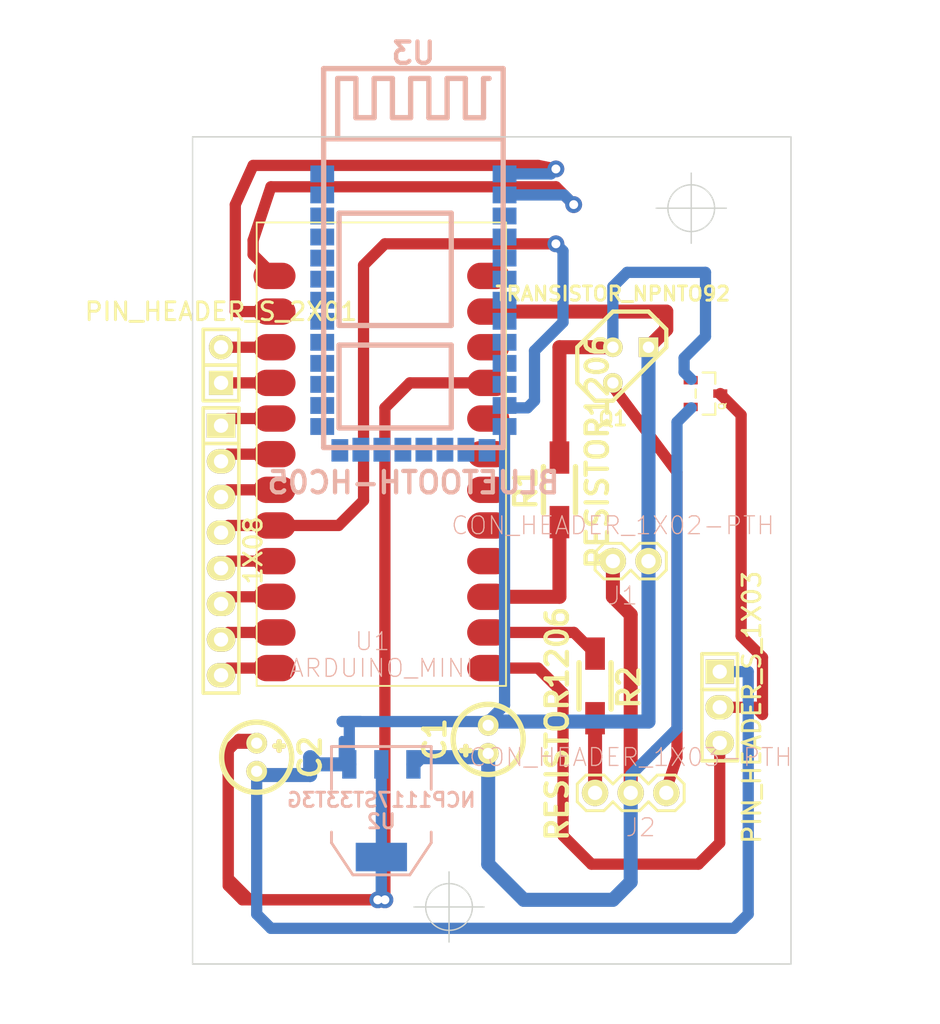
<source format=kicad_pcb>
(kicad_pcb (version 3) (host pcbnew "(2014-06-16 BZR 4947)-product")

  (general
    (links 19)
    (no_connects 1)
    (area 117.428287 58.5 188.086 159.696001)
    (thickness 1.6)
    (drawings 15)
    (tracks 139)
    (zones 0)
    (modules 14)
    (nets 59)
  )

  (page A4)
  (layers
    (15 F.Cu signal)
    (0 B.Cu signal)
    (16 B.Adhes user)
    (17 F.Adhes user)
    (18 B.Paste user)
    (19 F.Paste user)
    (20 B.SilkS user)
    (21 F.SilkS user)
    (22 B.Mask user)
    (23 F.Mask user)
    (24 Dwgs.User user)
    (25 Cmts.User user)
    (26 Eco1.User user)
    (27 Eco2.User user)
    (28 Edge.Cuts user)
  )

  (setup
    (last_trace_width 0.8)
    (trace_clearance 0.254)
    (zone_clearance 1)
    (zone_45_only yes)
    (trace_min 0.254)
    (segment_width 0.2)
    (edge_width 0.1)
    (via_size 1.2)
    (via_drill 0.635)
    (via_min_size 0.889)
    (via_min_drill 0.508)
    (uvia_size 0.508)
    (uvia_drill 0.127)
    (uvias_allowed no)
    (uvia_min_size 0.508)
    (uvia_min_drill 0.127)
    (pcb_text_width 0.3)
    (pcb_text_size 1.5 1.5)
    (mod_edge_width 0.15)
    (mod_text_size 1 1)
    (mod_text_width 0.15)
    (pad_size 3 1.8796)
    (pad_drill 0)
    (pad_to_mask_clearance 0)
    (aux_axis_origin 130.81 154.94)
    (grid_origin 130.81 154.94)
    (visible_elements 7FFFFFFF)
    (pcbplotparams
      (layerselection 285245441)
      (usegerberextensions true)
      (excludeedgelayer false)
      (linewidth 0.100000)
      (plotframeref false)
      (viasonmask false)
      (mode 1)
      (useauxorigin true)
      (hpglpennumber 1)
      (hpglpenspeed 20)
      (hpglpendiameter 15)
      (hpglpenoverlay 2)
      (psnegative false)
      (psa4output false)
      (plotreference true)
      (plotvalue true)
      (plotinvisibletext false)
      (padsonsilk false)
      (subtractmaskfromsilk false)
      (outputformat 1)
      (mirror false)
      (drillshape 0)
      (scaleselection 1)
      (outputdirectory ""))
  )

  (net 0 "")
  (net 1 "Net-(C1-Pad1)")
  (net 2 "Net-(J2-Pad3)")
  (net 3 "Net-(R1-Pad1)")
  (net 4 "Net-(R2-Pad1)")
  (net 5 "Net-(U1-Pad1)")
  (net 6 "Net-(U1-Pad2)")
  (net 7 "Net-(U1-Pad3)")
  (net 8 "Net-(U1-Pad4)")
  (net 9 "Net-(U1-Pad5)")
  (net 10 "Net-(U1-Pad6)")
  (net 11 "Net-(U1-Pad7)")
  (net 12 "Net-(U1-Pad8)")
  (net 13 "Net-(U1-Pad9)")
  (net 14 "Net-(U1-Pad10)")
  (net 15 "Net-(U1-Pad11)")
  (net 16 "Net-(U1-Pad12)")
  (net 17 "Net-(U1-Pad14)")
  (net 18 "Net-(U1-Pad16)")
  (net 19 "Net-(U1-Pad17)")
  (net 20 "Net-(U1-Pad18)")
  (net 21 "Net-(U1-Pad19)")
  (net 22 "Net-(U1-Pad20)")
  (net 23 "Net-(C2-Pad1)")
  (net 24 "Net-(U1-Pad22)")
  (net 25 "Net-(U1-Pad24)")
  (net 26 "Net-(J2-Pad1)")
  (net 27 "Net-(Q1-Pad2)")
  (net 28 "Net-(U3-Pad11)")
  (net 29 "Net-(U3-Pad10)")
  (net 30 "Net-(U3-Pad9)")
  (net 31 "Net-(U3-Pad8)")
  (net 32 "Net-(U3-Pad7)")
  (net 33 "Net-(U3-Pad6)")
  (net 34 "Net-(U3-Pad5)")
  (net 35 "Net-(U3-Pad4)")
  (net 36 "Net-(U3-Pad3)")
  (net 37 "Net-(U3-Pad14)")
  (net 38 "Net-(U3-Pad15)")
  (net 39 "Net-(U3-Pad16)")
  (net 40 "Net-(U3-Pad17)")
  (net 41 "Net-(U3-Pad18)")
  (net 42 "Net-(U3-Pad19)")
  (net 43 "Net-(U3-Pad20)")
  (net 44 "Net-(U3-Pad21)")
  (net 45 "Net-(U3-Pad22)")
  (net 46 "Net-(U3-Pad23)")
  (net 47 "Net-(U3-Pad24)")
  (net 48 "Net-(U3-Pad25)")
  (net 49 "Net-(U3-Pad26)")
  (net 50 "Net-(U3-Pad27)")
  (net 51 "Net-(U3-Pad28)")
  (net 52 "Net-(U3-Pad29)")
  (net 53 "Net-(U3-Pad30)")
  (net 54 "Net-(U3-Pad31)")
  (net 55 "Net-(U3-Pad32)")
  (net 56 "Net-(U3-Pad33)")
  (net 57 "Net-(U3-Pad34)")
  (net 58 /GND)

  (net_class Default "This is the default net class."
    (clearance 0.254)
    (trace_width 0.8)
    (via_dia 1.2)
    (via_drill 0.635)
    (uvia_dia 0.508)
    (uvia_drill 0.127)
    (add_net /GND)
    (add_net "Net-(C1-Pad1)")
    (add_net "Net-(C2-Pad1)")
    (add_net "Net-(J2-Pad1)")
    (add_net "Net-(J2-Pad3)")
    (add_net "Net-(Q1-Pad2)")
    (add_net "Net-(R1-Pad1)")
    (add_net "Net-(R2-Pad1)")
    (add_net "Net-(U1-Pad1)")
    (add_net "Net-(U1-Pad10)")
    (add_net "Net-(U1-Pad11)")
    (add_net "Net-(U1-Pad12)")
    (add_net "Net-(U1-Pad14)")
    (add_net "Net-(U1-Pad16)")
    (add_net "Net-(U1-Pad17)")
    (add_net "Net-(U1-Pad18)")
    (add_net "Net-(U1-Pad19)")
    (add_net "Net-(U1-Pad2)")
    (add_net "Net-(U1-Pad20)")
    (add_net "Net-(U1-Pad22)")
    (add_net "Net-(U1-Pad24)")
    (add_net "Net-(U1-Pad3)")
    (add_net "Net-(U1-Pad4)")
    (add_net "Net-(U1-Pad5)")
    (add_net "Net-(U1-Pad6)")
    (add_net "Net-(U1-Pad7)")
    (add_net "Net-(U1-Pad8)")
    (add_net "Net-(U1-Pad9)")
    (add_net "Net-(U3-Pad10)")
    (add_net "Net-(U3-Pad11)")
    (add_net "Net-(U3-Pad14)")
    (add_net "Net-(U3-Pad15)")
    (add_net "Net-(U3-Pad16)")
    (add_net "Net-(U3-Pad17)")
    (add_net "Net-(U3-Pad18)")
    (add_net "Net-(U3-Pad19)")
    (add_net "Net-(U3-Pad20)")
    (add_net "Net-(U3-Pad21)")
    (add_net "Net-(U3-Pad22)")
    (add_net "Net-(U3-Pad23)")
    (add_net "Net-(U3-Pad24)")
    (add_net "Net-(U3-Pad25)")
    (add_net "Net-(U3-Pad26)")
    (add_net "Net-(U3-Pad27)")
    (add_net "Net-(U3-Pad28)")
    (add_net "Net-(U3-Pad29)")
    (add_net "Net-(U3-Pad3)")
    (add_net "Net-(U3-Pad30)")
    (add_net "Net-(U3-Pad31)")
    (add_net "Net-(U3-Pad32)")
    (add_net "Net-(U3-Pad33)")
    (add_net "Net-(U3-Pad34)")
    (add_net "Net-(U3-Pad4)")
    (add_net "Net-(U3-Pad5)")
    (add_net "Net-(U3-Pad6)")
    (add_net "Net-(U3-Pad7)")
    (add_net "Net-(U3-Pad8)")
    (add_net "Net-(U3-Pad9)")
  )

  (net_class Power ""
    (clearance 0.254)
    (trace_width 0.8)
    (via_dia 1)
    (via_drill 0.635)
    (uvia_dia 0.508)
    (uvia_drill 0.127)
  )

  (net_class Signal ""
    (clearance 0.254)
    (trace_width 0.5)
    (via_dia 1)
    (via_drill 0.635)
    (uvia_dia 0.508)
    (uvia_drill 0.127)
  )

  (module SparkFun:SparkFun-1X02 (layer F.Cu) (tedit 200000) (tstamp 53B95AF1)
    (at 163.322 126.238 180)
    (path /53A48043)
    (attr virtual)
    (fp_text reference J1 (at 1.8288 -2.4638 180) (layer B.SilkS)
      (effects (font (size 1.27 1.27) (thickness 0.0889)))
    )
    (fp_text value CON_HEADER_1X02-PTH (at 2.54 2.54 180) (layer B.SilkS)
      (effects (font (size 1.27 1.27) (thickness 0.0889)))
    )
    (fp_line (start 2.286 0.254) (end 2.794 0.254) (layer F.SilkS) (width 0.06604))
    (fp_line (start 2.794 0.254) (end 2.794 -0.254) (layer F.SilkS) (width 0.06604))
    (fp_line (start 2.286 -0.254) (end 2.794 -0.254) (layer F.SilkS) (width 0.06604))
    (fp_line (start 2.286 0.254) (end 2.286 -0.254) (layer F.SilkS) (width 0.06604))
    (fp_line (start -0.254 0.254) (end 0.254 0.254) (layer F.SilkS) (width 0.06604))
    (fp_line (start 0.254 0.254) (end 0.254 -0.254) (layer F.SilkS) (width 0.06604))
    (fp_line (start -0.254 -0.254) (end 0.254 -0.254) (layer F.SilkS) (width 0.06604))
    (fp_line (start -0.254 0.254) (end -0.254 -0.254) (layer F.SilkS) (width 0.06604))
    (fp_line (start -0.635 -1.27) (end 0.635 -1.27) (layer F.SilkS) (width 0.2032))
    (fp_line (start 0.635 -1.27) (end 1.27 -0.635) (layer F.SilkS) (width 0.2032))
    (fp_line (start 1.27 0.635) (end 0.635 1.27) (layer F.SilkS) (width 0.2032))
    (fp_line (start 1.27 -0.635) (end 1.905 -1.27) (layer F.SilkS) (width 0.2032))
    (fp_line (start 1.905 -1.27) (end 3.175 -1.27) (layer F.SilkS) (width 0.2032))
    (fp_line (start 3.175 -1.27) (end 3.81 -0.635) (layer F.SilkS) (width 0.2032))
    (fp_line (start 3.81 0.635) (end 3.175 1.27) (layer F.SilkS) (width 0.2032))
    (fp_line (start 3.175 1.27) (end 1.905 1.27) (layer F.SilkS) (width 0.2032))
    (fp_line (start 1.905 1.27) (end 1.27 0.635) (layer F.SilkS) (width 0.2032))
    (fp_line (start -1.27 -0.635) (end -1.27 0.635) (layer F.SilkS) (width 0.2032))
    (fp_line (start -0.635 -1.27) (end -1.27 -0.635) (layer F.SilkS) (width 0.2032))
    (fp_line (start -1.27 0.635) (end -0.635 1.27) (layer F.SilkS) (width 0.2032))
    (fp_line (start 0.635 1.27) (end -0.635 1.27) (layer F.SilkS) (width 0.2032))
    (fp_line (start 3.81 -0.635) (end 3.81 0.635) (layer F.SilkS) (width 0.2032))
    (pad 1 thru_hole circle (at 0 0 180) (size 1.8796 1.8796) (drill 1.016) (layers *.Cu F.Paste F.SilkS F.Mask)
      (net 58 /GND))
    (pad 2 thru_hole circle (at 2.54 0 180) (size 1.8796 1.8796) (drill 1.016) (layers *.Cu F.Paste F.SilkS F.Mask)
      (net 1 "Net-(C1-Pad1)"))
  )

  (module SparkFun:SparkFun-1X03 (layer F.Cu) (tedit 200000) (tstamp 53B95B18)
    (at 164.592 142.748 180)
    (path /53A47E8F)
    (attr virtual)
    (fp_text reference J2 (at 1.8288 -2.4638 180) (layer B.SilkS)
      (effects (font (size 1.27 1.27) (thickness 0.0889)))
    )
    (fp_text value CON_HEADER_1X03-PTH (at 2.54 2.54 180) (layer B.SilkS)
      (effects (font (size 1.27 1.27) (thickness 0.0889)))
    )
    (fp_line (start 4.826 0.254) (end 5.334 0.254) (layer F.SilkS) (width 0.06604))
    (fp_line (start 5.334 0.254) (end 5.334 -0.254) (layer F.SilkS) (width 0.06604))
    (fp_line (start 4.826 -0.254) (end 5.334 -0.254) (layer F.SilkS) (width 0.06604))
    (fp_line (start 4.826 0.254) (end 4.826 -0.254) (layer F.SilkS) (width 0.06604))
    (fp_line (start 2.286 0.254) (end 2.794 0.254) (layer F.SilkS) (width 0.06604))
    (fp_line (start 2.794 0.254) (end 2.794 -0.254) (layer F.SilkS) (width 0.06604))
    (fp_line (start 2.286 -0.254) (end 2.794 -0.254) (layer F.SilkS) (width 0.06604))
    (fp_line (start 2.286 0.254) (end 2.286 -0.254) (layer F.SilkS) (width 0.06604))
    (fp_line (start -0.254 0.254) (end 0.254 0.254) (layer F.SilkS) (width 0.06604))
    (fp_line (start 0.254 0.254) (end 0.254 -0.254) (layer F.SilkS) (width 0.06604))
    (fp_line (start -0.254 -0.254) (end 0.254 -0.254) (layer F.SilkS) (width 0.06604))
    (fp_line (start -0.254 0.254) (end -0.254 -0.254) (layer F.SilkS) (width 0.06604))
    (fp_line (start 3.81 -0.635) (end 4.445 -1.27) (layer F.SilkS) (width 0.2032))
    (fp_line (start 4.445 -1.27) (end 5.715 -1.27) (layer F.SilkS) (width 0.2032))
    (fp_line (start 5.715 -1.27) (end 6.35 -0.635) (layer F.SilkS) (width 0.2032))
    (fp_line (start 6.35 0.635) (end 5.715 1.27) (layer F.SilkS) (width 0.2032))
    (fp_line (start 5.715 1.27) (end 4.445 1.27) (layer F.SilkS) (width 0.2032))
    (fp_line (start 4.445 1.27) (end 3.81 0.635) (layer F.SilkS) (width 0.2032))
    (fp_line (start -0.635 -1.27) (end 0.635 -1.27) (layer F.SilkS) (width 0.2032))
    (fp_line (start 0.635 -1.27) (end 1.27 -0.635) (layer F.SilkS) (width 0.2032))
    (fp_line (start 1.27 0.635) (end 0.635 1.27) (layer F.SilkS) (width 0.2032))
    (fp_line (start 1.27 -0.635) (end 1.905 -1.27) (layer F.SilkS) (width 0.2032))
    (fp_line (start 1.905 -1.27) (end 3.175 -1.27) (layer F.SilkS) (width 0.2032))
    (fp_line (start 3.175 -1.27) (end 3.81 -0.635) (layer F.SilkS) (width 0.2032))
    (fp_line (start 3.81 0.635) (end 3.175 1.27) (layer F.SilkS) (width 0.2032))
    (fp_line (start 3.175 1.27) (end 1.905 1.27) (layer F.SilkS) (width 0.2032))
    (fp_line (start 1.905 1.27) (end 1.27 0.635) (layer F.SilkS) (width 0.2032))
    (fp_line (start -1.27 -0.635) (end -1.27 0.635) (layer F.SilkS) (width 0.2032))
    (fp_line (start -0.635 -1.27) (end -1.27 -0.635) (layer F.SilkS) (width 0.2032))
    (fp_line (start -1.27 0.635) (end -0.635 1.27) (layer F.SilkS) (width 0.2032))
    (fp_line (start 0.635 1.27) (end -0.635 1.27) (layer F.SilkS) (width 0.2032))
    (fp_line (start 6.35 -0.635) (end 6.35 0.635) (layer F.SilkS) (width 0.2032))
    (pad 1 thru_hole circle (at 0 0 180) (size 1.8796 1.8796) (drill 1.016) (layers *.Cu F.Paste F.SilkS F.Mask)
      (net 26 "Net-(J2-Pad1)"))
    (pad 2 thru_hole circle (at 2.54 0 180) (size 1.8796 1.8796) (drill 1.016) (layers *.Cu F.Paste F.SilkS F.Mask)
      (net 1 "Net-(C1-Pad1)"))
    (pad 3 thru_hole circle (at 5.08 0 180) (size 1.8796 1.8796) (drill 1.016) (layers *.Cu F.Paste F.SilkS F.Mask)
      (net 2 "Net-(J2-Pad3)"))
  )

  (module Discret:TO92 (layer F.Cu) (tedit 53A79586) (tstamp 53B95B27)
    (at 162.052 112.268)
    (descr "Transistor TO92 brochage type BC237")
    (tags "TR TO92")
    (path /53A50152)
    (fp_text reference Q1 (at -1.27 3.81) (layer F.SilkS)
      (effects (font (size 1.016 1.016) (thickness 0.2032)))
    )
    (fp_text value TRANSISTOR_NPNTO92 (at -1.27 -5.08) (layer F.SilkS)
      (effects (font (size 1.016 1.016) (thickness 0.2032)))
    )
    (fp_line (start -1.27 2.54) (end 2.54 -1.27) (layer F.SilkS) (width 0.3048))
    (fp_line (start 2.54 -1.27) (end 2.54 -2.54) (layer F.SilkS) (width 0.3048))
    (fp_line (start 2.54 -2.54) (end 1.27 -3.81) (layer F.SilkS) (width 0.3048))
    (fp_line (start 1.27 -3.81) (end -1.27 -3.81) (layer F.SilkS) (width 0.3048))
    (fp_line (start -1.27 -3.81) (end -3.81 -1.27) (layer F.SilkS) (width 0.3048))
    (fp_line (start -3.81 -1.27) (end -3.81 1.27) (layer F.SilkS) (width 0.3048))
    (fp_line (start -3.81 1.27) (end -2.54 2.54) (layer F.SilkS) (width 0.3048))
    (fp_line (start -2.54 2.54) (end -1.27 2.54) (layer F.SilkS) (width 0.3048))
    (pad 1 thru_hole rect (at 1.27 -1.27) (size 1.397 1.397) (drill 0.8128) (layers *.Cu *.Mask F.SilkS)
      (net 58 /GND))
    (pad 2 thru_hole circle (at -1.27 -1.27) (size 1.397 1.397) (drill 0.8128) (layers *.Cu *.Mask F.SilkS)
      (net 27 "Net-(Q1-Pad2)"))
    (pad 3 thru_hole circle (at -1.27 1.27) (size 1.397 1.397) (drill 0.8128) (layers *.Cu *.Mask F.SilkS)
      (net 26 "Net-(J2-Pad1)"))
    (model discret/to98.wrl
      (at (xyz 0 0 0))
      (scale (xyz 1 1 1))
      (rotate (xyz 0 0 0))
    )
  )

  (module Resistors_SMD:Resistor_SMD1206_HandSoldering (layer F.Cu) (tedit 53A79586) (tstamp 53B95B32)
    (at 156.972 121.158 90)
    (descr "Resistor, SMD, 1206, HandSoldering,")
    (tags "Resistor, SMD, 1206, Hand soldering,")
    (path /53A47CEA)
    (attr smd)
    (fp_text reference R1 (at 0.09906 -2.4003 90) (layer F.SilkS)
      (effects (font (thickness 0.3048)))
    )
    (fp_text value RESISTOR1206 (at 2.70002 2.70002 90) (layer F.SilkS)
      (effects (font (thickness 0.3048)))
    )
    (fp_circle (center 0 0) (end 0.50038 0.09906) (layer F.Adhes) (width 0.381))
    (fp_circle (center 0 0) (end 0.14986 0.0508) (layer F.Adhes) (width 0.381))
    (fp_line (start 1.651 1.143) (end -1.651 1.143) (layer F.SilkS) (width 0.381))
    (fp_line (start 0 -1.143) (end -1.651 -1.143) (layer F.SilkS) (width 0.381))
    (fp_line (start 0 -1.143) (end 1.651 -1.143) (layer F.SilkS) (width 0.381))
    (pad 1 smd rect (at -2.30124 0 90) (size 2.30124 1.39954) (layers F.Cu F.Paste F.Mask)
      (net 3 "Net-(R1-Pad1)"))
    (pad 2 smd rect (at 2.30124 0 90) (size 2.30124 1.39954) (layers F.Cu F.Paste F.Mask)
      (net 27 "Net-(Q1-Pad2)"))
  )

  (module Resistors_SMD:Resistor_SMD1206_HandSoldering (layer F.Cu) (tedit 53A79586) (tstamp 53B95B3D)
    (at 159.512 135.128 270)
    (descr "Resistor, SMD, 1206, HandSoldering,")
    (tags "Resistor, SMD, 1206, Hand soldering,")
    (path /53A47ED4)
    (attr smd)
    (fp_text reference R2 (at 0.09906 -2.4003 270) (layer F.SilkS)
      (effects (font (thickness 0.3048)))
    )
    (fp_text value RESISTOR1206 (at 2.70002 2.70002 270) (layer F.SilkS)
      (effects (font (thickness 0.3048)))
    )
    (fp_circle (center 0 0) (end 0.50038 0.09906) (layer F.Adhes) (width 0.381))
    (fp_circle (center 0 0) (end 0.14986 0.0508) (layer F.Adhes) (width 0.381))
    (fp_line (start 1.651 1.143) (end -1.651 1.143) (layer F.SilkS) (width 0.381))
    (fp_line (start 0 -1.143) (end -1.651 -1.143) (layer F.SilkS) (width 0.381))
    (fp_line (start 0 -1.143) (end 1.651 -1.143) (layer F.SilkS) (width 0.381))
    (pad 1 smd rect (at -2.30124 0 270) (size 2.30124 1.39954) (layers F.Cu F.Paste F.Mask)
      (net 4 "Net-(R2-Pad1)"))
    (pad 2 smd rect (at 2.30124 0 270) (size 2.30124 1.39954) (layers F.Cu F.Paste F.Mask)
      (net 2 "Net-(J2-Pad3)"))
  )

  (module SMD_Packages:SOT223 (layer B.Cu) (tedit 53A79586) (tstamp 53B95B6D)
    (at 144.272 144.018)
    (descr "module CMS SOT223 4 pins")
    (tags "CMS SOT")
    (path /53A47F8F)
    (attr smd)
    (fp_text reference U2 (at 0 0.762) (layer B.SilkS)
      (effects (font (size 1.016 1.016) (thickness 0.2032)) (justify mirror))
    )
    (fp_text value NCP1117ST33T3G (at 0 -0.762) (layer B.SilkS)
      (effects (font (size 1.016 1.016) (thickness 0.2032)) (justify mirror))
    )
    (fp_line (start -3.556 -1.524) (end -3.556 -4.572) (layer B.SilkS) (width 0.2032))
    (fp_line (start -3.556 -4.572) (end 3.556 -4.572) (layer B.SilkS) (width 0.2032))
    (fp_line (start 3.556 -4.572) (end 3.556 -1.524) (layer B.SilkS) (width 0.2032))
    (fp_line (start -3.556 1.524) (end -3.556 2.286) (layer B.SilkS) (width 0.2032))
    (fp_line (start -3.556 2.286) (end -2.032 4.572) (layer B.SilkS) (width 0.2032))
    (fp_line (start -2.032 4.572) (end 2.032 4.572) (layer B.SilkS) (width 0.2032))
    (fp_line (start 2.032 4.572) (end 3.556 2.286) (layer B.SilkS) (width 0.2032))
    (fp_line (start 3.556 2.286) (end 3.556 1.524) (layer B.SilkS) (width 0.2032))
    (pad 4 smd rect (at 0 3.302) (size 3.6576 2.032) (layers B.Cu B.Paste B.Mask))
    (pad 2 smd rect (at 0 -3.302) (size 1.016 2.032) (layers B.Cu B.Paste B.Mask)
      (net 23 "Net-(C2-Pad1)"))
    (pad 3 smd rect (at 2.286 -3.302) (size 1.016 2.032) (layers B.Cu B.Paste B.Mask)
      (net 1 "Net-(C1-Pad1)"))
    (pad 1 smd rect (at -2.286 -3.302) (size 1.016 2.032) (layers B.Cu B.Paste B.Mask)
      (net 58 /GND))
    (model smd/SOT223.wrl
      (at (xyz 0 0 0))
      (scale (xyz 0.4 0.4 0.4))
      (rotate (xyz 0 0 0))
    )
  )

  (module sisimoto:ITEAD_HC-05 (layer B.Cu) (tedit 53A9D04B) (tstamp 53D1180E)
    (at 146.558 104.648 180)
    (descr "Itead HC-05/HC-06 serial Bluetooth module")
    (path /53A9F311)
    (fp_text reference U3 (at 0 14.59992 180) (layer B.SilkS)
      (effects (font (thickness 0.3048)) (justify mirror))
    )
    (fp_text value BLUETOOTH-HC05 (at 0 -15.99946 180) (layer B.SilkS)
      (effects (font (thickness 0.3048)) (justify mirror))
    )
    (fp_line (start -3.70078 12.79652) (end -3.70078 9.99744) (layer B.SilkS) (width 0.37846))
    (fp_line (start -5.00126 12.79652) (end -5.00126 9.99744) (layer B.SilkS) (width 0.37846))
    (fp_line (start -3.69824 9.99998) (end -4.99872 9.99998) (layer B.SilkS) (width 0.37846))
    (fp_line (start -1.10236 12.79906) (end -1.10236 9.99998) (layer B.SilkS) (width 0.37846))
    (fp_line (start -2.40284 12.79906) (end -2.40284 9.99998) (layer B.SilkS) (width 0.37846))
    (fp_line (start -1.09982 10.00252) (end -2.4003 10.00252) (layer B.SilkS) (width 0.37846))
    (fp_line (start -2.40284 12.8016) (end -3.70332 12.8016) (layer B.SilkS) (width 0.37846))
    (fp_line (start 1.4986 12.79906) (end 1.4986 9.99998) (layer B.SilkS) (width 0.37846))
    (fp_line (start 0.19812 12.79906) (end 0.19812 9.99998) (layer B.SilkS) (width 0.37846))
    (fp_line (start 1.50114 10.00252) (end 0.20066 10.00252) (layer B.SilkS) (width 0.37846))
    (fp_line (start 0.19812 12.8016) (end -1.10236 12.8016) (layer B.SilkS) (width 0.37846))
    (fp_line (start 5.40004 12.79906) (end 5.40004 8.49884) (layer B.SilkS) (width 0.37846))
    (fp_line (start 4.09956 12.79906) (end 4.09956 9.99998) (layer B.SilkS) (width 0.37846))
    (fp_line (start 2.79908 12.79906) (end 2.79908 9.99998) (layer B.SilkS) (width 0.37846))
    (fp_line (start -2.70002 -12.10056) (end -2.70002 -6.20014) (layer B.SilkS) (width 0.37846))
    (fp_line (start 5.30098 -6.20014) (end 5.30098 -12.10056) (layer B.SilkS) (width 0.37846))
    (fp_line (start -2.70002 -6.1976) (end 5.30098 -6.1976) (layer B.SilkS) (width 0.37846))
    (fp_line (start 5.30098 -12.10056) (end -2.70002 -12.10056) (layer B.SilkS) (width 0.37846))
    (fp_line (start 5.30098 3.2004) (end 5.30098 -4.8006) (layer B.SilkS) (width 0.37846))
    (fp_line (start 5.30098 -4.8006) (end -2.70002 -4.8006) (layer B.SilkS) (width 0.37846))
    (fp_line (start -2.70002 -4.8006) (end -2.70002 3.2004) (layer B.SilkS) (width 0.37846))
    (fp_line (start -2.70002 3.2004) (end 5.30098 3.2004) (layer B.SilkS) (width 0.37846))
    (fp_line (start -5.00126 12.79906) (end -5.40004 12.79906) (layer B.SilkS) (width 0.37846))
    (fp_line (start 4.1021 10.00252) (end 2.80162 10.00252) (layer B.SilkS) (width 0.37846))
    (fp_line (start 2.79908 12.8016) (end 1.4986 12.8016) (layer B.SilkS) (width 0.37846))
    (fp_line (start 5.40004 12.8016) (end 4.09956 12.8016) (layer B.SilkS) (width 0.37846))
    (fp_line (start 6.4008 8.49884) (end -6.4008 8.49884) (layer B.SilkS) (width 0.37846))
    (fp_line (start -6.4008 -13.5001) (end -6.4008 13.5001) (layer B.SilkS) (width 0.37846))
    (fp_line (start -6.4008 13.5001) (end 6.4008 13.5001) (layer B.SilkS) (width 0.37846))
    (fp_line (start 6.4008 13.5001) (end 6.4008 -13.5001) (layer B.SilkS) (width 0.37846))
    (fp_line (start 6.4008 -13.5001) (end -6.4008 -13.5001) (layer B.SilkS) (width 0.37846))
    (pad 11 smd rect (at -6.49986 -8.99922 180) (size 1.69926 1.19888) (layers B.Cu B.Paste B.Mask)
      (net 28 "Net-(U3-Pad11)"))
    (pad 12 smd rect (at -6.49986 -10.50036 180) (size 1.69926 1.19888) (layers B.Cu B.Paste B.Mask)
      (net 12 "Net-(U1-Pad8)"))
    (pad 13 smd rect (at -6.49986 -11.99896 180) (size 1.69926 1.19888) (layers B.Cu B.Paste B.Mask)
      (net 58 /GND))
    (pad 10 smd rect (at -6.49986 -7.50062 180) (size 1.69926 1.19888) (layers B.Cu B.Paste B.Mask)
      (net 29 "Net-(U3-Pad10)"))
    (pad 9 smd rect (at -6.49986 -5.99948 180) (size 1.69926 1.19888) (layers B.Cu B.Paste B.Mask)
      (net 30 "Net-(U3-Pad9)"))
    (pad 8 smd rect (at -6.49986 -4.50088 180) (size 1.69926 1.19888) (layers B.Cu B.Paste B.Mask)
      (net 31 "Net-(U3-Pad8)"))
    (pad 7 smd rect (at -6.49986 -2.99974 180) (size 1.69926 1.19888) (layers B.Cu B.Paste B.Mask)
      (net 32 "Net-(U3-Pad7)"))
    (pad 6 smd rect (at -6.49986 -1.50114 180) (size 1.69926 1.19888) (layers B.Cu B.Paste B.Mask)
      (net 33 "Net-(U3-Pad6)"))
    (pad 5 smd rect (at -6.49986 0 180) (size 1.69926 1.19888) (layers B.Cu B.Paste B.Mask)
      (net 34 "Net-(U3-Pad5)"))
    (pad 4 smd rect (at -6.49986 1.50114 180) (size 1.69926 1.19888) (layers B.Cu B.Paste B.Mask)
      (net 35 "Net-(U3-Pad4)"))
    (pad 3 smd rect (at -6.49986 2.99974 180) (size 1.69926 1.19888) (layers B.Cu B.Paste B.Mask)
      (net 36 "Net-(U3-Pad3)"))
    (pad 2 smd rect (at -6.49986 4.50088 180) (size 1.69926 1.19888) (layers B.Cu B.Paste B.Mask)
      (net 5 "Net-(U1-Pad1)"))
    (pad 1 smd rect (at -6.49986 5.99948 180) (size 1.69926 1.19888) (layers B.Cu B.Paste B.Mask)
      (net 6 "Net-(U1-Pad2)"))
    (pad 14 smd rect (at -5.25018 -13.69568 180) (size 1.19888 1.59766) (layers B.Cu B.Paste B.Mask)
      (net 37 "Net-(U3-Pad14)"))
    (pad 15 smd rect (at -3.7465 -13.64996 180) (size 1.19888 1.69926) (layers B.Cu B.Paste B.Mask)
      (net 38 "Net-(U3-Pad15)"))
    (pad 16 smd rect (at -2.2479 -13.64996 180) (size 1.19888 1.69926) (layers B.Cu B.Paste B.Mask)
      (net 39 "Net-(U3-Pad16)"))
    (pad 17 smd rect (at -0.7493 -13.64996 180) (size 1.19888 1.69926) (layers B.Cu B.Paste B.Mask)
      (net 40 "Net-(U3-Pad17)"))
    (pad 18 smd rect (at 0.7493 -13.64996 180) (size 1.19888 1.69926) (layers B.Cu B.Paste B.Mask)
      (net 41 "Net-(U3-Pad18)"))
    (pad 19 smd rect (at 2.2479 -13.64996 180) (size 1.19888 1.69926) (layers B.Cu B.Paste B.Mask)
      (net 42 "Net-(U3-Pad19)"))
    (pad 20 smd rect (at 3.7465 -13.64996 180) (size 1.19888 1.69926) (layers B.Cu B.Paste B.Mask)
      (net 43 "Net-(U3-Pad20)"))
    (pad 21 smd rect (at 5.2451 -13.69822 180) (size 1.19888 1.59766) (layers B.Cu B.Paste B.Mask)
      (net 44 "Net-(U3-Pad21)"))
    (pad 22 smd rect (at 6.49986 -11.99896 180) (size 1.69926 1.19888) (layers B.Cu B.Paste B.Mask)
      (net 45 "Net-(U3-Pad22)"))
    (pad 23 smd rect (at 6.49986 -10.50036 180) (size 1.69926 1.19888) (layers B.Cu B.Paste B.Mask)
      (net 46 "Net-(U3-Pad23)"))
    (pad 24 smd rect (at 6.49986 -8.99668 180) (size 1.69926 1.19888) (layers B.Cu B.Paste B.Mask)
      (net 47 "Net-(U3-Pad24)"))
    (pad 25 smd rect (at 6.49986 -7.50062 180) (size 1.69926 1.19888) (layers B.Cu B.Paste B.Mask)
      (net 48 "Net-(U3-Pad25)"))
    (pad 26 smd rect (at 6.49986 -5.99948 180) (size 1.69926 1.19888) (layers B.Cu B.Paste B.Mask)
      (net 49 "Net-(U3-Pad26)"))
    (pad 27 smd rect (at 6.49986 -4.50088 180) (size 1.69926 1.19888) (layers B.Cu B.Paste B.Mask)
      (net 50 "Net-(U3-Pad27)"))
    (pad 28 smd rect (at 6.49986 -2.99974 180) (size 1.69926 1.19888) (layers B.Cu B.Paste B.Mask)
      (net 51 "Net-(U3-Pad28)"))
    (pad 29 smd rect (at 6.49986 -1.50114 180) (size 1.69926 1.19888) (layers B.Cu B.Paste B.Mask)
      (net 52 "Net-(U3-Pad29)"))
    (pad 30 smd rect (at 6.49986 0 180) (size 1.69926 1.19888) (layers B.Cu B.Paste B.Mask)
      (net 53 "Net-(U3-Pad30)"))
    (pad 31 smd rect (at 6.49986 1.50114 180) (size 1.69926 1.19888) (layers B.Cu B.Paste B.Mask)
      (net 54 "Net-(U3-Pad31)"))
    (pad 32 smd rect (at 6.49986 2.99974 180) (size 1.69926 1.19888) (layers B.Cu B.Paste B.Mask)
      (net 55 "Net-(U3-Pad32)"))
    (pad 33 smd rect (at 6.49986 4.50088 180) (size 1.69926 1.19888) (layers B.Cu B.Paste B.Mask)
      (net 56 "Net-(U3-Pad33)"))
    (pad 34 smd rect (at 6.49986 5.99948 180) (size 1.69926 1.19888) (layers B.Cu B.Paste B.Mask)
      (net 57 "Net-(U3-Pad34)"))
    (model walter/rf_modules/itead_hc-05.wrl
      (at (xyz 0 0 0))
      (scale (xyz 1 1 1))
      (rotate (xyz 0 0 0))
    )
  )

  (module SparkFun:SparkFun-ARDUINO_MINI_SMD (layer F.Cu) (tedit 53A9E80D) (tstamp 53D859E9)
    (at 144.272 118.618)
    (path /53A4747E)
    (attr virtual)
    (fp_text reference U1 (at -0.635 13.335) (layer B.SilkS)
      (effects (font (size 1.27 1.27) (thickness 0.0889)))
    )
    (fp_text value ARDUINO_MINI (at 0 15.24) (layer B.SilkS)
      (effects (font (size 1.27 1.27) (thickness 0.0889)))
    )
    (fp_line (start -8.89 -16.51) (end -8.89 16.51) (layer F.SilkS) (width 0.127))
    (fp_line (start -8.89 16.51) (end 8.89 16.51) (layer F.SilkS) (width 0.127))
    (fp_line (start 8.89 16.51) (end 8.89 -16.51) (layer F.SilkS) (width 0.127))
    (fp_line (start 8.89 -16.51) (end -8.89 -16.51) (layer F.SilkS) (width 0.127))
    (pad 1 smd oval (at -7.62 -12.7) (size 3 1.8796) (layers F.Cu F.Paste F.Mask)
      (net 5 "Net-(U1-Pad1)"))
    (pad 2 smd oval (at -7.62 -10.16) (size 3 1.8796) (layers F.Cu F.Paste F.Mask)
      (net 6 "Net-(U1-Pad2)"))
    (pad 3 smd oval (at -7.62 -7.62) (size 3 1.8796) (layers F.Cu F.Paste F.Mask)
      (net 7 "Net-(U1-Pad3)"))
    (pad 4 smd oval (at -7.62 -5.08) (size 3 1.8796) (layers F.Cu F.Paste F.Mask)
      (net 8 "Net-(U1-Pad4)"))
    (pad 5 smd oval (at -7.62 -2.54) (size 3 1.8796) (layers F.Cu F.Paste F.Mask)
      (net 9 "Net-(U1-Pad5)"))
    (pad 6 smd oval (at -7.62 0) (size 3 1.8796) (layers F.Cu F.Paste F.Mask)
      (net 10 "Net-(U1-Pad6)"))
    (pad 7 smd oval (at -7.62 2.54) (size 3 1.8796) (layers F.Cu F.Paste F.Mask)
      (net 11 "Net-(U1-Pad7)"))
    (pad 8 smd oval (at -7.62 5.08) (size 3 1.8796) (layers F.Cu F.Paste F.Mask)
      (net 12 "Net-(U1-Pad8)"))
    (pad 9 smd oval (at -7.62 7.62) (size 3 1.8796) (layers F.Cu F.Paste F.Mask)
      (net 13 "Net-(U1-Pad9)"))
    (pad 10 smd oval (at -7.62 10.16) (size 3 1.8796) (layers F.Cu F.Paste F.Mask)
      (net 14 "Net-(U1-Pad10)"))
    (pad 11 smd oval (at -7.62 12.7) (size 3 1.8796) (layers F.Cu F.Paste F.Mask)
      (net 15 "Net-(U1-Pad11)"))
    (pad 12 smd oval (at -7.62 15.24) (size 3 1.8796) (layers F.Cu F.Paste F.Mask)
      (net 16 "Net-(U1-Pad12)"))
    (pad 13 smd oval (at 7.62 15.24) (size 3 1.8796) (layers F.Cu F.Paste F.Mask)
      (net 4 "Net-(R2-Pad1)"))
    (pad 14 smd oval (at 7.62 12.7) (size 3 1.8796) (layers F.Cu F.Paste F.Mask)
      (net 17 "Net-(U1-Pad14)"))
    (pad 15 smd oval (at 7.62 10.16) (size 3 1.8796) (layers F.Cu F.Paste F.Mask)
      (net 3 "Net-(R1-Pad1)"))
    (pad 16 smd oval (at 7.62 7.62) (size 3 1.8796) (layers F.Cu F.Paste F.Mask)
      (net 18 "Net-(U1-Pad16)"))
    (pad 17 smd oval (at 7.62 5.08) (size 3 1.8796) (layers F.Cu F.Paste F.Mask)
      (net 19 "Net-(U1-Pad17)"))
    (pad 18 smd oval (at 7.62 2.54) (size 3 1.8796) (layers F.Cu F.Paste F.Mask)
      (net 20 "Net-(U1-Pad18)"))
    (pad 19 smd oval (at 7.62 0) (size 3 1.8796) (layers F.Cu F.Paste F.Mask)
      (net 21 "Net-(U1-Pad19)"))
    (pad 20 smd oval (at 7.62 -2.54) (size 3 1.8796) (layers F.Cu F.Paste F.Mask)
      (net 22 "Net-(U1-Pad20)"))
    (pad 21 smd oval (at 7.62 -5.08) (size 3 1.8796) (layers F.Cu F.Paste F.Mask)
      (net 23 "Net-(C2-Pad1)"))
    (pad 22 smd oval (at 7.62 -7.62) (size 3 1.8796) (layers F.Cu F.Paste F.Mask)
      (net 24 "Net-(U1-Pad22)"))
    (pad 23 smd oval (at 7.62 -10.16) (size 3 1.8796) (layers F.Cu F.Paste F.Mask)
      (net 58 /GND))
    (pad 24 smd oval (at 7.62 -12.7) (size 3 1.8796) (layers F.Cu F.Paste F.Mask)
      (net 25 "Net-(U1-Pad24)"))
  )

  (module Capacitors_Elko_ThroughHole:Elko_vert_DM5_RM2 (layer F.Cu) (tedit 53B35491) (tstamp 53DF96C0)
    (at 151.892 138.938 90)
    (descr "Electrolytic Capacitor, vertical, diameter 5mm, RM 2mm, radial,")
    (tags "Electrolytic Capacitor, vertical, diameter 5mm,  radial, RM 2mm, Elko, Electrolytkondensator, Kondensator gepolt, Durchmesser 5mm")
    (path /53A47FCA)
    (fp_text reference C1 (at 0 -3.81 90) (layer F.SilkS)
      (effects (font (thickness 0.3048)))
    )
    (fp_text value C (at 0 3.81 90) (layer F.SilkS) hide
      (effects (font (thickness 0.3048)))
    )
    (fp_line (start -0.8001 -1.89992) (end -0.8001 -1.30048) (layer F.SilkS) (width 0.381))
    (fp_line (start -1.09982 -1.6002) (end -0.50038 -1.6002) (layer F.SilkS) (width 0.381))
    (fp_line (start -0.8001 -1.6002) (end -0.8001 -1.30048) (layer F.Cu) (width 0.381))
    (fp_line (start -0.8001 -1.6002) (end -0.50038 -1.6002) (layer F.Cu) (width 0.381))
    (fp_line (start -1.09982 -1.6002) (end -0.8001 -1.6002) (layer F.Cu) (width 0.381))
    (fp_line (start -0.8001 -1.6002) (end -0.8001 -1.89992) (layer F.Cu) (width 0.381))
    (fp_circle (center 0 0) (end 2.49936 0) (layer F.SilkS) (width 0.381))
    (pad 1 thru_hole circle (at -1.00076 0 90) (size 1.48082 1.48082) (drill 0.8001) (layers *.Cu *.Mask F.SilkS)
      (net 1 "Net-(C1-Pad1)"))
    (pad 2 thru_hole circle (at 1.00076 0 90) (size 1.48082 1.48082) (drill 0.8001) (layers *.Cu *.Mask F.SilkS)
      (net 58 /GND))
  )

  (module Capacitors_Elko_ThroughHole:Elko_vert_DM5_RM2 (layer F.Cu) (tedit 53B35491) (tstamp 53DF96CC)
    (at 135.382 140.208 270)
    (descr "Electrolytic Capacitor, vertical, diameter 5mm, RM 2mm, radial,")
    (tags "Electrolytic Capacitor, vertical, diameter 5mm,  radial, RM 2mm, Elko, Electrolytkondensator, Kondensator gepolt, Durchmesser 5mm")
    (path /53A47FFC)
    (fp_text reference C2 (at 0 -3.81 270) (layer F.SilkS)
      (effects (font (thickness 0.3048)))
    )
    (fp_text value C (at 0 3.81 270) (layer F.SilkS) hide
      (effects (font (thickness 0.3048)))
    )
    (fp_line (start -0.8001 -1.89992) (end -0.8001 -1.30048) (layer F.SilkS) (width 0.381))
    (fp_line (start -1.09982 -1.6002) (end -0.50038 -1.6002) (layer F.SilkS) (width 0.381))
    (fp_line (start -0.8001 -1.6002) (end -0.8001 -1.30048) (layer F.Cu) (width 0.381))
    (fp_line (start -0.8001 -1.6002) (end -0.50038 -1.6002) (layer F.Cu) (width 0.381))
    (fp_line (start -1.09982 -1.6002) (end -0.8001 -1.6002) (layer F.Cu) (width 0.381))
    (fp_line (start -0.8001 -1.6002) (end -0.8001 -1.89992) (layer F.Cu) (width 0.381))
    (fp_circle (center 0 0) (end 2.49936 0) (layer F.SilkS) (width 0.381))
    (pad 1 thru_hole circle (at -1.00076 0 270) (size 1.48082 1.48082) (drill 0.8001) (layers *.Cu *.Mask F.SilkS)
      (net 23 "Net-(C2-Pad1)"))
    (pad 2 thru_hole circle (at 1.00076 0 270) (size 1.48082 1.48082) (drill 0.8001) (layers *.Cu *.Mask F.SilkS)
      (net 58 /GND))
  )

  (module Pin_Headers:Pin_Header_Straight_2x01 (layer F.Cu) (tedit 53B35637) (tstamp 53E00EE5)
    (at 132.842 112.268)
    (descr "1 pin")
    (tags "CONN DEV")
    (fp_text reference PIN_HEADER_S_2X01 (at 0 -3.81) (layer F.SilkS)
      (effects (font (size 1.27 1.27) (thickness 0.2032)))
    )
    (fp_text value Val** (at 0 0) (layer F.SilkS) hide
      (effects (font (size 1.27 1.27) (thickness 0.2032)))
    )
    (fp_line (start -1.27 0) (end -1.27 2.54) (layer F.SilkS) (width 0.254))
    (fp_line (start -1.27 2.54) (end 1.27 2.54) (layer F.SilkS) (width 0.254))
    (fp_line (start 1.27 2.54) (end 1.27 0) (layer F.SilkS) (width 0.254))
    (fp_line (start -1.27 -2.54) (end -1.27 0) (layer F.SilkS) (width 0.254))
    (fp_line (start -1.27 0) (end 1.27 0) (layer F.SilkS) (width 0.254))
    (fp_line (start 1.27 0) (end 1.27 -2.54) (layer F.SilkS) (width 0.254))
    (fp_line (start 1.27 -2.54) (end -1.27 -2.54) (layer F.SilkS) (width 0.254))
    (pad 1 thru_hole rect (at 0 1.27) (size 1.7272 1.7272) (drill 1.016) (layers *.Cu *.Mask F.SilkS))
    (pad 2 thru_hole oval (at 0 -1.27) (size 1.7272 1.7272) (drill 1.016) (layers *.Cu *.Mask F.SilkS))
    (model Pin_Headers/Pin_Header_Straight_2x01.wrl
      (at (xyz 0 0 0))
      (scale (xyz 1 1 1))
      (rotate (xyz 0 0 0))
    )
  )

  (module Pin_Headers:Pin_Header_Straight_1x08 (layer F.Cu) (tedit 53B377E5) (tstamp 53E00FAD)
    (at 132.842 125.476 270)
    (descr "1 pin")
    (tags "CONN DEV")
    (fp_text reference 1X08 (at 0 -2.286 270) (layer F.SilkS)
      (effects (font (size 1.27 1.27) (thickness 0.2032)))
    )
    (fp_text value Val** (at 0 0 270) (layer F.SilkS) hide
      (effects (font (size 1.27 1.27) (thickness 0.2032)))
    )
    (fp_line (start -7.62 -1.27) (end 10.16 -1.27) (layer F.SilkS) (width 0.254))
    (fp_line (start 10.16 -1.27) (end 10.16 1.27) (layer F.SilkS) (width 0.254))
    (fp_line (start 10.16 1.27) (end -7.62 1.27) (layer F.SilkS) (width 0.254))
    (fp_line (start -10.16 -1.27) (end -7.62 -1.27) (layer F.SilkS) (width 0.254))
    (fp_line (start -7.62 -1.27) (end -7.62 1.27) (layer F.SilkS) (width 0.254))
    (fp_line (start -10.16 -1.27) (end -10.16 1.27) (layer F.SilkS) (width 0.254))
    (fp_line (start -10.16 1.27) (end -7.62 1.27) (layer F.SilkS) (width 0.254))
    (pad 1 thru_hole rect (at -8.89 0 270) (size 1.7272 2.032) (drill 1.016) (layers *.Cu *.Mask F.SilkS))
    (pad 2 thru_hole oval (at -6.35 0 270) (size 1.7272 2.032) (drill 1.016) (layers *.Cu *.Mask F.SilkS))
    (pad 3 thru_hole oval (at -3.81 0 270) (size 1.7272 2.032) (drill 1.016) (layers *.Cu *.Mask F.SilkS))
    (pad 4 thru_hole oval (at -1.27 0 270) (size 1.7272 2.032) (drill 1.016) (layers *.Cu *.Mask F.SilkS))
    (pad 5 thru_hole oval (at 1.27 0 270) (size 1.7272 2.032) (drill 1.016) (layers *.Cu *.Mask F.SilkS))
    (pad 6 thru_hole oval (at 3.81 0 270) (size 1.7272 2.032) (drill 1.016) (layers *.Cu *.Mask F.SilkS))
    (pad 7 thru_hole oval (at 6.35 0 270) (size 1.7272 2.032) (drill 1.016) (layers *.Cu *.Mask F.SilkS))
    (pad 8 thru_hole oval (at 8.89 0 270) (size 1.7272 2.032) (drill 1.016) (layers *.Cu *.Mask F.SilkS))
    (model Pin_Headers/Pin_Header_Straight_1x08.wrl
      (at (xyz 0 0 0))
      (scale (xyz 1 1 1))
      (rotate (xyz 0 0 0))
    )
  )

  (module Pin_Headers:Pin_Header_Straight_1x03 (layer F.Cu) (tedit 53B38A22) (tstamp 53E0100C)
    (at 168.402 136.652 270)
    (descr "1 pin")
    (tags "CONN DEV")
    (fp_text reference PIN_HEADER_S_1X03 (at 0 -2.286 270) (layer F.SilkS)
      (effects (font (size 1.27 1.27) (thickness 0.2032)))
    )
    (fp_text value Val** (at 0 0 270) (layer F.SilkS) hide
      (effects (font (size 1.27 1.27) (thickness 0.2032)))
    )
    (fp_line (start -1.27 1.27) (end 3.81 1.27) (layer F.SilkS) (width 0.254))
    (fp_line (start 3.81 1.27) (end 3.81 -1.27) (layer F.SilkS) (width 0.254))
    (fp_line (start 3.81 -1.27) (end -1.27 -1.27) (layer F.SilkS) (width 0.254))
    (fp_line (start -3.81 -1.27) (end -1.27 -1.27) (layer F.SilkS) (width 0.254))
    (fp_line (start -1.27 -1.27) (end -1.27 1.27) (layer F.SilkS) (width 0.254))
    (fp_line (start -3.81 -1.27) (end -3.81 1.27) (layer F.SilkS) (width 0.254))
    (fp_line (start -3.81 1.27) (end -1.27 1.27) (layer F.SilkS) (width 0.254))
    (pad 1 thru_hole rect (at -2.54 0 270) (size 1.7272 2.032) (drill 1.016) (layers *.Cu *.Mask F.SilkS))
    (pad 2 thru_hole oval (at 0 0 270) (size 1.7272 2.032) (drill 1.016) (layers *.Cu *.Mask F.SilkS))
    (pad 3 thru_hole oval (at 2.54 0 270) (size 1.7272 2.032) (drill 1.016) (layers *.Cu *.Mask F.SilkS))
    (model Pin_Headers/Pin_Header_Straight_1x03.wrl
      (at (xyz 0 0 0))
      (scale (xyz 1 1 1))
      (rotate (xyz 0 0 0))
    )
  )

  (module Transistors_SMD:sot23 (layer F.Cu) (tedit 53B38A8A) (tstamp 53E01024)
    (at 167.386 114.3 270)
    (descr SOT23)
    (attr smd)
    (fp_text reference Q (at 0.9 -1.2 270) (layer F.SilkS)
      (effects (font (size 0.50038 0.50038) (thickness 0.09906)))
    )
    (fp_text value SOT23 (at 0 2.3 270) (layer F.SilkS) hide
      (effects (font (size 0.50038 0.50038) (thickness 0.09906)))
    )
    (fp_line (start -1.5 0.2) (end -1.5 -0.7) (layer F.SilkS) (width 0.15))
    (fp_line (start -1.5 -0.7) (end -0.7 -0.7) (layer F.SilkS) (width 0.15))
    (fp_line (start 1.5 0.2) (end 1.5 -0.7) (layer F.SilkS) (width 0.15))
    (fp_line (start 1.5 -0.7) (end 0.7 -0.7) (layer F.SilkS) (width 0.15))
    (fp_line (start 0.3 0.7) (end -0.3 0.7) (layer F.SilkS) (width 0.15))
    (pad 1 smd rect (at -0.9525 1.05664 270) (size 0.59944 1.00076) (layers F.Cu F.Paste F.Mask))
    (pad 3 smd rect (at 0 -1.05664 270) (size 0.59944 1.00076) (layers F.Cu F.Paste F.Mask))
    (pad 2 smd rect (at 0.9525 1.05664 270) (size 0.59944 1.00076) (layers F.Cu F.Paste F.Mask))
    (model smd/smd_transistors/sot23.wrl
      (at (xyz 0 0 0))
      (scale (xyz 1 1 1))
      (rotate (xyz 0 0 0))
    )
  )

  (dimension 35.56 (width 0.3) (layer Cmts.User)
    (gr_text "35.560 mm" (at 146.558 83.82) (layer Cmts.User)
      (effects (font (size 1.5 1.5) (thickness 0.3)))
    )
    (feature1 (pts (xy 130.81 91.948) (xy 130.81 87.724001)))
    (feature2 (pts (xy 166.37 91.948) (xy 166.37 87.724001)))
    (crossbar (pts (xy 166.37 90.424001) (xy 130.81 90.424001)))
    (arrow1a (pts (xy 130.81 90.424001) (xy 131.936504 89.83758)))
    (arrow1b (pts (xy 130.81 90.424001) (xy 131.936504 91.010422)))
    (arrow2a (pts (xy 166.37 90.424001) (xy 165.243496 89.83758)))
    (arrow2b (pts (xy 166.37 90.424001) (xy 165.243496 91.010422)))
  )
  (dimension 53.848 (width 0.3) (layer Cmts.User)
    (gr_text "53.848 mm" (at 181.436 128.016 270) (layer Cmts.User)
      (effects (font (size 1.5 1.5) (thickness 0.3)))
    )
    (feature1 (pts (xy 178.562 154.94) (xy 182.786 154.94)))
    (feature2 (pts (xy 178.562 101.092) (xy 182.786 101.092)))
    (crossbar (pts (xy 180.086 101.092) (xy 180.086 154.94)))
    (arrow1a (pts (xy 180.086 154.94) (xy 179.499579 153.813496)))
    (arrow1b (pts (xy 180.086 154.94) (xy 180.672421 153.813496)))
    (arrow2a (pts (xy 180.086 101.092) (xy 179.499579 102.218504)))
    (arrow2b (pts (xy 180.086 101.092) (xy 180.672421 102.218504)))
  )
  (dimension 4.064 (width 0.3) (layer Cmts.User)
    (gr_text "4.064 mm" (at 123.364 152.908 270) (layer Cmts.User)
      (effects (font (size 1.5 1.5) (thickness 0.3)))
    )
    (feature1 (pts (xy 125.73 154.94) (xy 122.014 154.94)))
    (feature2 (pts (xy 125.73 150.876) (xy 122.014 150.876)))
    (crossbar (pts (xy 124.714 150.876) (xy 124.714 154.94)))
    (arrow1a (pts (xy 124.714 154.94) (xy 124.127579 153.813496)))
    (arrow1b (pts (xy 124.714 154.94) (xy 125.300421 153.813496)))
    (arrow2a (pts (xy 124.714 150.876) (xy 124.127579 152.002504)))
    (arrow2b (pts (xy 124.714 150.876) (xy 125.300421 152.002504)))
  )
  (dimension 18.288 (width 0.3) (layer Cmts.User)
    (gr_text "18.288 mm" (at 139.954 158.496) (layer Cmts.User)
      (effects (font (size 1.5 1.5) (thickness 0.3)))
    )
    (feature1 (pts (xy 149.098 158.496) (xy 149.098 158.496)))
    (feature2 (pts (xy 130.81 158.496) (xy 130.81 158.496)))
    (crossbar (pts (xy 130.81 158.496) (xy 149.098 158.496)))
    (arrow1a (pts (xy 149.098 158.496) (xy 147.971496 159.082421)))
    (arrow1b (pts (xy 149.098 158.496) (xy 147.971496 157.909579)))
    (arrow2a (pts (xy 130.81 158.496) (xy 131.936504 159.082421)))
    (arrow2b (pts (xy 130.81 158.496) (xy 131.936504 157.909579)))
  )
  (target plus (at 149.098 150.876) (size 5) (width 0.1) (layer Edge.Cuts))
  (target plus (at 166.37 101.092) (size 5) (width 0.1) (layer Edge.Cuts))
  (gr_line (start 130.81 154.94) (end 130.81 96.012) (angle 90) (layer Edge.Cuts) (width 0.1))
  (gr_line (start 173.482 154.94) (end 130.81 154.94) (angle 90) (layer Edge.Cuts) (width 0.1))
  (gr_line (start 173.482 96.012) (end 173.482 154.94) (angle 90) (layer Edge.Cuts) (width 0.1))
  (gr_line (start 130.81 96.012) (end 173.482 96.012) (angle 90) (layer Edge.Cuts) (width 0.1))
  (gr_line (start 130.81 154.94) (end 172.72 154.94) (angle 90) (layer Edge.Cuts) (width 0.1))
  (gr_line (start 130.81 86.36) (end 130.81 154.94) (angle 90) (layer Dwgs.User) (width 0.2))
  (gr_line (start 172.72 86.36) (end 130.81 86.36) (angle 90) (layer Dwgs.User) (width 0.2))
  (gr_line (start 172.72 154.94) (end 172.72 86.36) (angle 90) (layer Dwgs.User) (width 0.2))
  (gr_line (start 130.81 154.94) (end 172.72 154.94) (angle 90) (layer Dwgs.User) (width 0.2))

  (segment (start 168.44264 114.3) (end 168.44264 114.34064) (width 0.8) (layer F.Cu) (net 0) (status C00000))
  (segment (start 168.44264 114.34064) (end 169.926 115.824) (width 0.8) (layer F.Cu) (net 0) (tstamp 53E0105D) (status 400000))
  (segment (start 169.926 115.824) (end 169.926 131.572) (width 0.8) (layer F.Cu) (net 0) (tstamp 53E0105E))
  (segment (start 169.926 131.572) (end 171.45 133.096) (width 0.8) (layer F.Cu) (net 0) (tstamp 53E0105F))
  (segment (start 171.45 133.096) (end 171.45 137.16) (width 0.8) (layer F.Cu) (net 0) (tstamp 53E01060))
  (segment (start 171.45 137.16) (end 170.942 136.652) (width 0.8) (layer F.Cu) (net 0) (tstamp 53E01061))
  (segment (start 170.942 136.652) (end 168.402 136.652) (width 0.8) (layer F.Cu) (net 0) (tstamp 53E01062) (status 800000))
  (segment (start 132.842 113.538) (end 136.652 113.538) (width 0.8) (layer F.Cu) (net 0))
  (segment (start 132.842 110.998) (end 136.652 110.998) (width 0.8) (layer F.Cu) (net 0))
  (segment (start 136.652 116.078) (end 133.35 116.078) (width 0.8) (layer F.Cu) (net 0))
  (segment (start 133.35 116.078) (end 132.842 116.586) (width 0.8) (layer F.Cu) (net 0) (tstamp 53E00FE6))
  (segment (start 136.652 118.618) (end 133.35 118.618) (width 0.8) (layer F.Cu) (net 0))
  (segment (start 133.35 118.618) (end 132.842 119.126) (width 0.8) (layer F.Cu) (net 0) (tstamp 53E00FE9))
  (segment (start 136.652 121.158) (end 133.35 121.158) (width 0.8) (layer F.Cu) (net 0))
  (segment (start 133.35 121.158) (end 132.842 121.666) (width 0.8) (layer F.Cu) (net 0) (tstamp 53E00FEC))
  (segment (start 136.652 126.238) (end 133.35 126.238) (width 0.8) (layer F.Cu) (net 0))
  (segment (start 133.35 126.238) (end 132.842 126.746) (width 0.8) (layer F.Cu) (net 0) (tstamp 53E00FF2))
  (segment (start 136.652 128.778) (end 133.35 128.778) (width 0.8) (layer F.Cu) (net 0))
  (segment (start 133.35 128.778) (end 132.842 129.286) (width 0.8) (layer F.Cu) (net 0) (tstamp 53E00FF5))
  (segment (start 136.652 131.318) (end 133.35 131.318) (width 0.8) (layer F.Cu) (net 0))
  (segment (start 133.35 131.318) (end 132.842 131.826) (width 0.8) (layer F.Cu) (net 0) (tstamp 53E00FF8))
  (segment (start 136.652 133.858) (end 133.35 133.858) (width 0.8) (layer F.Cu) (net 0))
  (segment (start 133.35 133.858) (end 132.842 134.366) (width 0.8) (layer F.Cu) (net 0) (tstamp 53E00FFB))
  (segment (start 162.052 142.748) (end 162.052 141.478) (width 0.8) (layer B.Cu) (net 1) (status 400000))
  (segment (start 165.354 116.332) (end 166.37 115.316) (width 0.8) (layer B.Cu) (net 1) (tstamp 53E0105A))
  (segment (start 165.354 138.176) (end 165.354 116.332) (width 0.8) (layer B.Cu) (net 1) (tstamp 53E01059))
  (segment (start 163.83 139.7) (end 165.354 138.176) (width 0.8) (layer B.Cu) (net 1) (tstamp 53E01058))
  (segment (start 162.052 141.478) (end 163.83 139.7) (width 0.8) (layer B.Cu) (net 1) (tstamp 53E01057))
  (segment (start 147.066 140.208) (end 146.558 140.716) (width 1) (layer B.Cu) (net 1) (tstamp 53B95C56))
  (segment (start 151.892 140.208) (end 147.066 140.208) (width 1) (layer B.Cu) (net 1))
  (segment (start 162.052 149.098) (end 162.052 142.748) (width 1) (layer B.Cu) (net 1) (tstamp 53B95C5E) (status 20))
  (segment (start 160.782 128.778) (end 162.052 130.048) (width 1) (layer F.Cu) (net 1) (tstamp 53B95C87))
  (segment (start 162.052 130.048) (end 162.052 142.748) (width 1) (layer F.Cu) (net 1) (tstamp 53B95C88) (status 20))
  (segment (start 160.782 126.238) (end 160.782 128.778) (width 1) (layer F.Cu) (net 1))
  (segment (start 160.782 150.368) (end 162.052 149.098) (width 1) (layer B.Cu) (net 1) (tstamp 53B95C5D))
  (segment (start 154.432 150.368) (end 160.782 150.368) (width 1) (layer B.Cu) (net 1) (tstamp 53B95C5C))
  (segment (start 151.892 147.828) (end 154.432 150.368) (width 1) (layer B.Cu) (net 1) (tstamp 53B95C5B))
  (segment (start 151.892 140.208) (end 151.892 147.828) (width 1) (layer B.Cu) (net 1))
  (segment (start 159.512 137.42924) (end 159.512 142.748) (width 1) (layer F.Cu) (net 2) (status 20))
  (segment (start 156.972 128.778) (end 156.972 123.45924) (width 1) (layer F.Cu) (net 3) (tstamp 53B95C8B))
  (segment (start 151.892 128.778) (end 156.972 128.778) (width 1) (layer F.Cu) (net 3))
  (segment (start 151.892 133.858) (end 155.448 133.858) (width 0.8) (layer F.Cu) (net 4))
  (segment (start 168.402 146.304) (end 168.402 139.192) (width 0.8) (layer F.Cu) (net 4) (tstamp 53E01021))
  (segment (start 166.878 147.828) (end 168.402 146.304) (width 0.8) (layer F.Cu) (net 4) (tstamp 53E01020))
  (segment (start 159.258 147.828) (end 166.878 147.828) (width 0.8) (layer F.Cu) (net 4) (tstamp 53E0101F))
  (segment (start 157.226 145.796) (end 159.258 147.828) (width 0.8) (layer F.Cu) (net 4) (tstamp 53E0101E))
  (segment (start 157.226 135.636) (end 157.226 145.796) (width 0.8) (layer F.Cu) (net 4) (tstamp 53E0101D))
  (segment (start 155.448 133.858) (end 157.226 135.636) (width 0.8) (layer F.Cu) (net 4) (tstamp 53E0101C))
  (segment (start 158.00324 131.318) (end 159.512 132.82676) (width 0.8) (layer F.Cu) (net 4) (tstamp 53E01001))
  (segment (start 135.128 104.394) (end 136.652 105.918) (width 0.8) (layer F.Cu) (net 5) (tstamp 53D85A64))
  (segment (start 135.128 103.378) (end 135.128 104.394) (width 0.8) (layer F.Cu) (net 5) (tstamp 53D85A63))
  (segment (start 136.398 99.568) (end 135.128 103.378) (width 0.8) (layer F.Cu) (net 5) (tstamp 53D85A62))
  (segment (start 156.718 99.568) (end 136.398 99.568) (width 0.8) (layer F.Cu) (net 5) (tstamp 53D85A61))
  (segment (start 157.988 100.838) (end 156.718 99.568) (width 0.8) (layer F.Cu) (net 5) (tstamp 53D85A60))
  (via (at 157.988 100.838) (size 1.2) (layers F.Cu B.Cu) (net 5))
  (segment (start 157.29712 100.14712) (end 157.988 100.838) (width 0.8) (layer B.Cu) (net 5) (tstamp 53D85A5D))
  (segment (start 153.05786 100.14712) (end 157.29712 100.14712) (width 0.8) (layer B.Cu) (net 5))
  (segment (start 133.858 108.458) (end 136.652 108.458) (width 0.8) (layer F.Cu) (net 6) (tstamp 53D85A5A))
  (segment (start 133.858 100.838) (end 133.858 108.458) (width 0.8) (layer F.Cu) (net 6) (tstamp 53D85A59))
  (segment (start 135.128 98.044) (end 133.858 100.838) (width 0.8) (layer F.Cu) (net 6) (tstamp 53D85A58))
  (segment (start 155.448 98.044) (end 135.128 98.044) (width 0.8) (layer F.Cu) (net 6) (tstamp 53D85A57))
  (segment (start 156.718 98.298) (end 155.448 98.044) (width 0.8) (layer F.Cu) (net 6) (tstamp 53D85A56))
  (via (at 156.718 98.298) (size 1.2) (layers F.Cu B.Cu) (net 6))
  (segment (start 156.36748 98.64852) (end 156.718 98.298) (width 0.8) (layer B.Cu) (net 6) (tstamp 53D85A53))
  (segment (start 153.05786 98.64852) (end 156.36748 98.64852) (width 0.8) (layer B.Cu) (net 6))
  (segment (start 136.652 123.698) (end 133.35 123.698) (width 0.8) (layer F.Cu) (net 12))
  (segment (start 133.35 123.698) (end 132.842 124.206) (width 0.8) (layer F.Cu) (net 12) (tstamp 53E00FEF))
  (segment (start 153.2255 115.316) (end 153.05786 115.14836) (width 0.8) (layer B.Cu) (net 12) (tstamp 53DF9658))
  (segment (start 141.224 123.698) (end 143.002 121.92) (width 0.8) (layer F.Cu) (net 12) (tstamp 53DF964C))
  (segment (start 143.002 121.92) (end 143.002 105.156) (width 0.8) (layer F.Cu) (net 12) (tstamp 53DF964D))
  (segment (start 143.002 105.156) (end 144.526 103.632) (width 0.8) (layer F.Cu) (net 12) (tstamp 53DF964E))
  (segment (start 144.526 103.632) (end 156.718 103.632) (width 0.8) (layer F.Cu) (net 12) (tstamp 53DF964F))
  (via (at 156.718 103.632) (size 1.2) (layers F.Cu B.Cu) (net 12))
  (segment (start 156.718 103.632) (end 157.226 104.14) (width 0.8) (layer B.Cu) (net 12) (tstamp 53DF9652))
  (segment (start 157.226 104.14) (end 157.226 109.22) (width 0.8) (layer B.Cu) (net 12) (tstamp 53DF9653))
  (segment (start 157.226 109.22) (end 155.194 111.252) (width 0.8) (layer B.Cu) (net 12) (tstamp 53DF9654))
  (segment (start 155.194 111.252) (end 155.194 114.808) (width 0.8) (layer B.Cu) (net 12) (tstamp 53DF9655))
  (segment (start 155.194 114.808) (end 154.686 115.316) (width 0.8) (layer B.Cu) (net 12) (tstamp 53DF9656))
  (segment (start 154.686 115.316) (end 153.2255 115.316) (width 0.8) (layer B.Cu) (net 12) (tstamp 53DF9657))
  (segment (start 136.652 123.698) (end 141.224 123.698) (width 0.8) (layer F.Cu) (net 12))
  (segment (start 151.892 131.318) (end 158.00324 131.318) (width 0.8) (layer F.Cu) (net 17))
  (segment (start 135.382 139.20724) (end 133.84276 139.20724) (width 0.8) (layer F.Cu) (net 23))
  (segment (start 133.84276 139.20724) (end 133.35 139.7) (width 0.8) (layer F.Cu) (net 23) (tstamp 53DF96D8))
  (segment (start 133.35 139.7) (end 133.35 148.844) (width 0.8) (layer F.Cu) (net 23) (tstamp 53DF96D9))
  (segment (start 133.35 148.844) (end 134.874 150.368) (width 0.8) (layer F.Cu) (net 23) (tstamp 53DF96DA))
  (segment (start 134.874 150.368) (end 144.018 150.368) (width 0.8) (layer F.Cu) (net 23) (tstamp 53DF96DB))
  (segment (start 135.382 138.938) (end 134.112 138.938) (width 0.8) (layer F.Cu) (net 23))
  (segment (start 144.272 140.716) (end 144.272 147.32) (width 0.8) (layer B.Cu) (net 23))
  (segment (start 144.272 150.114) (end 144.272 147.32) (width 0.8) (layer B.Cu) (net 23) (tstamp 53D85AC8))
  (segment (start 144.018 150.368) (end 144.272 150.114) (width 0.8) (layer B.Cu) (net 23) (tstamp 53D85AC7))
  (via (at 144.018 150.368) (size 1.2) (layers F.Cu B.Cu) (net 23))
  (segment (start 134.366 150.368) (end 144.018 150.368) (width 0.8) (layer F.Cu) (net 23) (tstamp 53D85AC4))
  (segment (start 133.35 149.352) (end 134.366 150.368) (width 0.8) (layer F.Cu) (net 23) (tstamp 53D85AC3))
  (segment (start 133.35 139.7) (end 133.35 149.352) (width 0.8) (layer F.Cu) (net 23) (tstamp 53D85AC2))
  (segment (start 134.112 138.938) (end 133.35 139.7) (width 0.8) (layer F.Cu) (net 23) (tstamp 53D85AC1))
  (segment (start 144.272 150.114) (end 144.272 147.32) (width 0.8) (layer B.Cu) (net 23) (tstamp 53DF9664))
  (segment (start 144.526 150.368) (end 144.272 150.114) (width 0.8) (layer B.Cu) (net 23) (tstamp 53DF9663))
  (via (at 144.526 150.368) (size 1.2) (layers F.Cu B.Cu) (net 23))
  (segment (start 144.526 115.316) (end 144.526 150.368) (width 0.8) (layer F.Cu) (net 23) (tstamp 53DF9660))
  (segment (start 146.304 113.538) (end 144.526 115.316) (width 0.8) (layer F.Cu) (net 23) (tstamp 53DF965F))
  (segment (start 151.892 113.538) (end 146.304 113.538) (width 0.8) (layer F.Cu) (net 23))
  (segment (start 164.592 142.494) (end 164.592 142.748) (width 0.5) (layer F.Cu) (net 26) (tstamp 53D85AA6))
  (segment (start 165.354 140.208) (end 164.592 142.494) (width 0.8) (layer F.Cu) (net 26) (tstamp 53D85AA5))
  (segment (start 165.354 119.888) (end 165.354 140.208) (width 0.8) (layer F.Cu) (net 26) (tstamp 53D85AA3))
  (segment (start 160.782 113.792) (end 165.354 119.888) (width 0.8) (layer F.Cu) (net 26) (tstamp 53D85AA2))
  (segment (start 160.782 113.538) (end 160.782 113.792) (width 0.5) (layer F.Cu) (net 26))
  (segment (start 160.782 110.998) (end 160.782 106.68) (width 0.8) (layer B.Cu) (net 27) (status 400000))
  (segment (start 165.862 112.776) (end 166.37 113.284) (width 0.8) (layer B.Cu) (net 27) (tstamp 53E01051))
  (segment (start 165.862 111.76) (end 165.862 112.776) (width 0.8) (layer B.Cu) (net 27) (tstamp 53E01050))
  (segment (start 167.386 110.236) (end 165.862 111.76) (width 0.8) (layer B.Cu) (net 27) (tstamp 53E0104F))
  (segment (start 167.386 105.664) (end 167.386 110.236) (width 0.8) (layer B.Cu) (net 27) (tstamp 53E0104E))
  (segment (start 161.798 105.664) (end 167.386 105.664) (width 0.8) (layer B.Cu) (net 27) (tstamp 53E0104D))
  (segment (start 160.782 106.68) (end 161.798 105.664) (width 0.8) (layer B.Cu) (net 27) (tstamp 53E0104C))
  (segment (start 156.972 110.998) (end 160.782 110.998) (width 1) (layer F.Cu) (net 27) (tstamp 53B95C99))
  (segment (start 156.972 118.85676) (end 156.972 110.998) (width 1) (layer F.Cu) (net 27))
  (segment (start 135.382 141.20876) (end 135.382 151.384) (width 0.8) (layer B.Cu) (net 58) (status 400000))
  (segment (start 170.434 134.112) (end 168.402 134.112) (width 0.8) (layer B.Cu) (net 58) (tstamp 53E0106A) (status 800000))
  (segment (start 170.434 151.384) (end 170.434 134.112) (width 0.8) (layer B.Cu) (net 58) (tstamp 53E01069))
  (segment (start 169.418 152.4) (end 170.434 151.384) (width 0.8) (layer B.Cu) (net 58) (tstamp 53E01068))
  (segment (start 136.398 152.4) (end 169.418 152.4) (width 0.8) (layer B.Cu) (net 58) (tstamp 53E01067))
  (segment (start 135.382 151.384) (end 136.398 152.4) (width 0.8) (layer B.Cu) (net 58) (tstamp 53E01066))
  (segment (start 151.892 137.668) (end 163.322 137.668) (width 1) (layer B.Cu) (net 58))
  (segment (start 141.478 137.668) (end 142.748 137.668) (width 0.8) (layer B.Cu) (net 58) (tstamp 53D85A6C))
  (segment (start 141.478 137.668) (end 151.892 137.668) (width 0.8) (layer B.Cu) (net 58))
  (segment (start 141.986 137.668) (end 142.748 137.668) (width 0.8) (layer B.Cu) (net 58) (tstamp 53D85A73))
  (segment (start 153.05786 136.50214) (end 151.892 137.668) (width 0.8) (layer B.Cu) (net 58) (tstamp 53D85A7D))
  (segment (start 139.7 140.716) (end 141.986 140.716) (width 1) (layer B.Cu) (net 58) (tstamp 53B95C68))
  (segment (start 163.322 137.668) (end 163.322 126.238) (width 1) (layer B.Cu) (net 58) (tstamp 53B95C74))
  (segment (start 164.592 108.458) (end 164.592 109.728) (width 1) (layer F.Cu) (net 58) (tstamp 53B95C94))
  (segment (start 164.592 109.728) (end 163.322 110.998) (width 1) (layer F.Cu) (net 58) (tstamp 53B95C95))
  (segment (start 151.892 108.458) (end 164.592 108.458) (width 1) (layer F.Cu) (net 58))
  (segment (start 163.322 110.998) (end 163.322 126.238) (width 1) (layer B.Cu) (net 58))
  (segment (start 141.478 140.208) (end 141.986 140.716) (width 0.5) (layer B.Cu) (net 58) (tstamp 53D85A6F))
  (segment (start 141.478 138.938) (end 141.478 140.208) (width 0.5) (layer B.Cu) (net 58) (tstamp 53D85A6E))
  (segment (start 141.986 140.716) (end 141.986 137.668) (width 0.8) (layer B.Cu) (net 58))
  (segment (start 153.05786 116.64696) (end 153.05786 136.50214) (width 0.8) (layer B.Cu) (net 58))
  (segment (start 139.192 141.478) (end 139.192 140.208) (width 1) (layer B.Cu) (net 58) (tstamp 53B95C66))
  (segment (start 139.192 140.208) (end 139.7 140.716) (width 1) (layer B.Cu) (net 58) (tstamp 53B95C67))
  (segment (start 135.382 141.478) (end 139.192 141.478) (width 1) (layer B.Cu) (net 58) (status 10))

)

</source>
